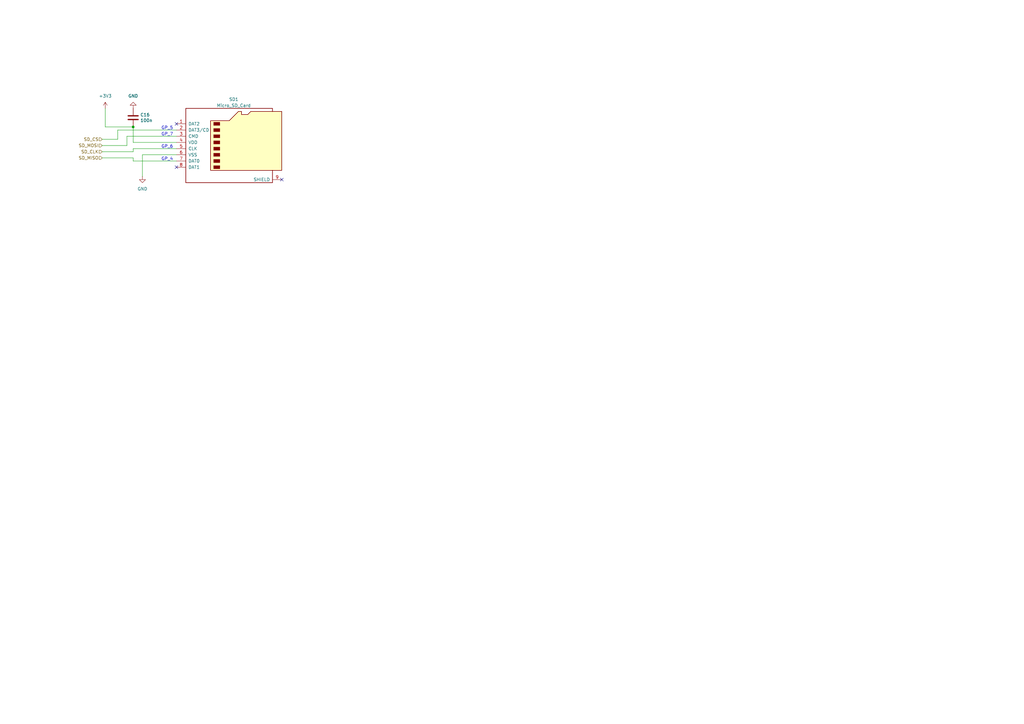
<source format=kicad_sch>
(kicad_sch (version 20231120) (generator "eeschema") (generator_version "8.0")
  (paper "A3")
  (title_block (title "Valera") (date "2025-01-08") (rev "1.0") (company "Mikhail Matveev") (comment 1 "https://github.com/xtremespb/valera"))
  (lib_symbols
    (symbol "Connector:Micro_SD_Card" (pin_names (offset 1.016))
      (property "Reference" "J" (at -16.51 15.24 0))
      (property "Value" "Micro_SD_Card" (at 16.51 15.24 0))
      (symbol "Micro_SD_Card_0_1"
        (rectangle (start -7.62 -9.525) (end -5.08 -10.795) (fill (type outline)))
        (rectangle (start -7.62 -6.985) (end -5.08 -8.255) (fill (type outline)))
        (rectangle (start -7.62 -4.445) (end -5.08 -5.715) (fill (type outline)))
        (rectangle (start -7.62 -1.905) (end -5.08 -3.175) (fill (type outline)))
        (rectangle (start -7.62 0.635) (end -5.08 -0.635) (fill (type outline)))
        (rectangle (start -7.62 3.175) (end -5.08 1.905) (fill (type outline)))
        (rectangle (start -7.62 5.715) (end -5.08 4.445) (fill (type outline)))
        (rectangle (start -7.62 8.255) (end -5.08 6.985) (fill (type outline)))
        (polyline (pts (xy 16.51 12.7) (xy 16.51 13.97) (xy -19.05 13.97) (xy -19.05 -16.51) (xy 16.51 -16.51) (xy 16.51 -11.43)) (stroke (width 0.254)))
        (polyline (pts (xy -8.89 -11.43) (xy -8.89 8.89) (xy -1.27 8.89) (xy 2.54 12.7) (xy 3.81 12.7) (xy 3.81 11.43) (xy 6.35 11.43) (xy 7.62 12.7) (xy 20.32 12.7) (xy 20.32 -11.43) (xy -8.89 -11.43)) (stroke (width 0.254)) (fill (type background)))
      )
      (symbol "Micro_SD_Card_1_1"
        (pin bidirectional line (at -22.86 7.62 0) (length 3.81) (name "DAT2") (number "1"))
        (pin bidirectional line (at -22.86 5.08 0) (length 3.81) (name "DAT3/CD") (number "2"))
        (pin input line (at -22.86 2.54 0) (length 3.81) (name "CMD") (number "3"))
        (pin power_in line (at -22.86 0 0) (length 3.81) (name "VDD") (number "4"))
        (pin input line (at -22.86 -2.54 0) (length 3.81) (name "CLK") (number "5"))
        (pin power_in line (at -22.86 -5.08 0) (length 3.81) (name "VSS") (number "6"))
        (pin bidirectional line (at -22.86 -7.62 0) (length 3.81) (name "DAT0") (number "7"))
        (pin bidirectional line (at -22.86 -10.16 0) (length 3.81) (name "DAT1") (number "8"))
        (pin passive line (at 20.32 -15.24 180) (length 3.81) (name "SHIELD") (number "9"))
      )
    )
    (symbol "Device:C" (pin_numbers hide) (pin_names (offset 0.254))
      (property "Reference" "C" (at 0.635 2.54 0))
      (property "Value" "C" (at 0.635 -2.54 0))
      (symbol "C_0_1"
        (polyline (pts (xy -2.032 -0.762) (xy 2.032 -0.762)) (stroke (width 0.508)))
        (polyline (pts (xy -2.032 0.762) (xy 2.032 0.762)) (stroke (width 0.508)))
      )
      (symbol "C_1_1"
        (pin passive line (at 0 3.81 270) (length 2.794) (name "~") (number "1"))
        (pin passive line (at 0 -3.81 90) (length 2.794) (name "~") (number "2"))
      )
    )
    (symbol "GND_2" (power) (pin_numbers hide) (pin_names (offset 0) hide)
      (property "Value" "GND" (at 0 -3.81 0))
      (symbol "GND_2_0_1"
        (polyline (pts (xy 0 0) (xy 0 -1.27) (xy 1.27 -1.27) (xy 0 -2.54) (xy -1.27 -1.27) (xy 0 -1.27)))
      )
      (symbol "GND_2_1_1"
        (pin power_in line (at 0 0 270) (length 0) (name "~") (number "1"))
      )
    )
    (symbol "power:+3V3" (power) (pin_numbers hide) (pin_names (offset 0) hide)
      (property "Value" "+3V3" (at 0 3.556 0))
      (symbol "+3V3_0_1"
        (polyline (pts (xy -0.762 1.27) (xy 0 2.54)))
        (polyline (pts (xy 0 0) (xy 0 2.54)))
        (polyline (pts (xy 0 2.54) (xy 0.762 1.27)))
      )
      (symbol "+3V3_1_1"
        (pin power_in line (at 0 0 90) (length 0) (name "~") (number "1"))
      )
    )
  )
  (junction (at 54.61 52.07))
  (no_connect (at 72.39 50.8))
  (no_connect (at 115.57 73.66))
  (no_connect (at 72.39 68.58))
  (wire (pts (xy 41.91 57.15) (xy 48.26 57.15)))
  (wire (pts (xy 41.91 59.69) (xy 52.07 59.69)))
  (wire (pts (xy 54.61 66.04) (xy 72.39 66.04)))
  (wire (pts (xy 54.61 58.42) (xy 72.39 58.42)))
  (wire (pts (xy 54.61 52.07) (xy 54.61 58.42)))
  (wire (pts (xy 54.61 66.04) (xy 54.61 64.77)))
  (wire (pts (xy 48.26 57.15) (xy 48.26 53.34)))
  (wire (pts (xy 54.61 60.96) (xy 72.39 60.96)))
  (wire (pts (xy 48.26 53.34) (xy 72.39 53.34)))
  (wire (pts (xy 43.18 44.45) (xy 43.18 52.07)))
  (wire (pts (xy 52.07 59.69) (xy 52.07 55.88)))
  (wire (pts (xy 54.61 62.23) (xy 54.61 60.96)))
  (wire (pts (xy 58.42 63.5) (xy 72.39 63.5)))
  (wire (pts (xy 58.42 63.5) (xy 58.42 72.39)))
  (wire (pts (xy 54.61 52.07) (xy 43.18 52.07)))
  (wire (pts (xy 54.61 64.77) (xy 41.91 64.77)))
  (wire (pts (xy 52.07 55.88) (xy 72.39 55.88)))
  (wire (pts (xy 41.91 62.23) (xy 54.61 62.23)))
  (text "GP_6" (at 68.58 60.198 0) (effects (font (size 1.27 1.27))))
  (text "GP_5" (at 68.58 52.578 0) (effects (font (size 1.27 1.27))))
  (text "GP_7" (at 68.58 55.118 0) (effects (font (size 1.27 1.27))))
  (text "GP_4" (at 68.58 65.278 0) (effects (font (size 1.27 1.27))))
  (hierarchical_label "SD_CS" (shape input) (at 41.91 57.15 180))
  (hierarchical_label "SD_MISO" (shape input) (at 41.91 64.77 180))
  (hierarchical_label "SD_CLK" (shape input) (at 41.91 62.23 180))
  (hierarchical_label "SD_MOSI" (shape input) (at 41.91 59.69 180))
  (symbol (lib_name "GND_2") (lib_id "power:GND") (at 58.42 72.39 0) (unit 1)
    (property "Reference" "#PWR031" (effects (hide yes)))
    (property "Value" "GND" (at 58.42 77.47 0))
    (property "Description" "Power symbol creates a global label with name \"GND\" , ground" (effects (hide yes)))
  )
  (symbol (lib_id "power:+3V3") (at 43.18 44.45 0) (unit 1)
    (property "Reference" "#PWR029" (effects (hide yes)))
    (property "Value" "+3V3" (at 43.18 39.37 0))
    (property "Description" "Power symbol creates a global label with name \"+3V3\"" (effects (hide yes)))
  )
  (symbol (lib_id "Device:C") (at 54.61 48.26 0) (unit 1)
    (property "Reference" "C16" (at 57.531 47.0916 0) (effects (justify left)))
    (property "Value" "100n" (at 57.531 49.403 0) (effects (justify left)))
    (property "Footprint" "LIBS:C_0805" (effects (hide yes)))
  )
  (symbol (lib_name "GND_2") (lib_id "power:GND") (at 54.61 44.45 180) (unit 1)
    (property "Reference" "#PWR030" (effects (hide yes)))
    (property "Value" "GND" (at 54.61 39.37 0))
    (property "Description" "Power symbol creates a global label with name \"GND\" , ground" (effects (hide yes)))
  )
  (symbol (lib_id "Connector:Micro_SD_Card") (at 95.25 58.42 0) (unit 1)
    (property "Reference" "SD1" (at 95.885 40.7502 0))
    (property "Value" "Micro_SD_Card" (at 95.885 43.2871 0))
    (property "Footprint" "LIBS:GCT-MEM2055-00-190-01-A" (effects (hide yes)))
    (property "Datasheet" "https://www.we-online.com/components/products/datasheet/693072010801.pdf" (effects (hide yes)))
    (property "Description" "Micro SD Card Socket" (effects (hide yes)))
  )
)
</source>
